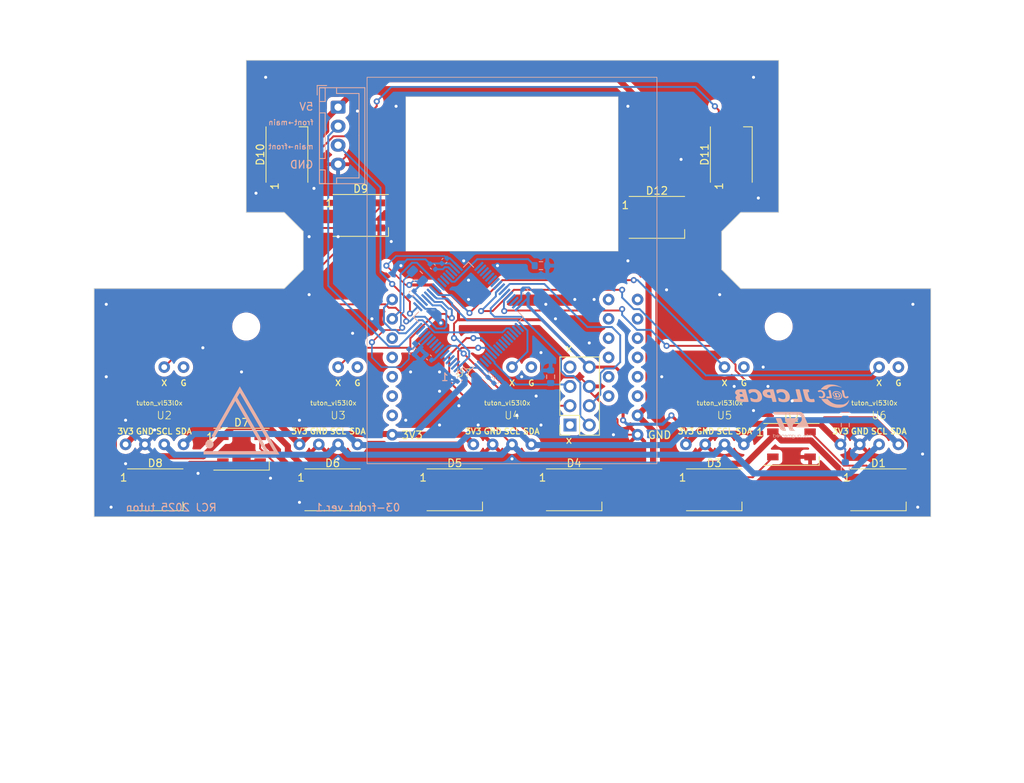
<source format=kicad_pcb>
(kicad_pcb (version 20221018) (generator pcbnew)
  (layers (0 "F.Cu" signal) (31 "B.Cu" signal) (34 "B.Paste" user) (35 "F.Paste" user) (36 "B.SilkS" user "B.Silkscreen") (37 "F.SilkS" user "F.Silkscreen") (38 "B.Mask" user) (39 "F.Mask" user) (44 "Edge.Cuts" user))
  (net 0 "")
  (net 1 "+3V3")
  (net 2 "GND")
  (net 3 "NRST")
  (net 4 "Net-(U1-VCAP_1)")
  (net 5 "Net-(U1-VDDA)")
  (net 7 "UART1_RX")
  (net 8 "UART1_TX")
  (net 9 "BOOT0")
  (net 11 "Net-(U1-PB2)")
  (net 23 "UART2_TX")
  (net 24 "UART2_RX")
  (net 25 "XSHUT1")
  (net 26 "XSHUT2")
  (net 27 "XSHUT3")
  (net 28 "XSHUT4")
  (net 30 "UART3_RX")
  (net 42 "XSHUT5")
  (net 46 "UART3_TX")
  (net 53 "I2C1_SCL")
  (net 54 "I2C1_SDA")
  (net 63 "WS2812B")
  (net 64 "Net-(D8-DOUT)")
  (net 83 "+5V")
  (net 84 "Net-(D1-DOUT)")
  (net 85 "Net-(D2-DOUT)")
  (net 86 "Net-(D3-DOUT)")
  (net 87 "Net-(D4-DOUT)")
  (net 88 "Net-(D5-DOUT)")
  (net 89 "Net-(D6-DOUT)")
  (net 90 "Net-(D7-DOUT)")
  (net 91 "Net-(D10-DIN)")
  (net 92 "Net-(D10-DOUT)")
  (net 93 "Net-(D11-DOUT)")
  (footprint "tuton:VL53L0X_horizontal" (layer "F.Cu") (at 198.12 110.49)
    (fp_text reference "U6")
    (fp_text value "~" hide)
  )
  (footprint "LED_SMD:LED_WS2812B_PLCC4_5.0x5.0mm_P3.2mm" (layer "F.Cu") (at 203.11 116.46)
    (fp_text reference "D1")
    (fp_text value "WS2812B")
  )
  (footprint "LED_SMD:LED_WS2812B_PLCC4_5.0x5.0mm_P3.2mm" (layer "F.Cu") (at 135.05 80.39)
    (fp_text reference "D9")
    (fp_text value "WS2812B")
  )
  (footprint "tuton:VL53L0X_horizontal" (layer "F.Cu") (at 149.86 110.49)
    (fp_text reference "U4")
    (fp_text value "~" hide)
  )
  (footprint "MountingHole:MountingHole_3.2mm_M3" (layer "F.Cu") (at 190 95)
    (fp_text reference "REF**" hide)
    (fp_text value "MountingHole_3.2mm_M3" hide)
  )
  (footprint "tuton:VL53L0X_horizontal" (layer "F.Cu") (at 127 110.49)
    (fp_text reference "U3")
    (fp_text value "~" hide)
  )
  (footprint "LED_SMD:LED_WS2812B_PLCC4_5.0x5.0mm_P3.2mm" (layer "F.Cu") (at 131.355 116.46)
    (fp_text reference "D6")
    (fp_text value "WS2812B")
  )
  (footprint "OpenMV:OpenMV h7" (layer "F.Cu") (at 148.59 101.6)
    (fp_text reference "U7")
    (fp_text value "~")
    (fp_rect (start -7.62 -36.83) (end 20.32 -16.51) (stroke (width 0.05)) (fill none) (layer "Edge.Cuts"))
  )
  (footprint "LED_SMD:LED_WS2812B_PLCC4_5.0x5.0mm_P3.2mm" (layer "F.Cu") (at 181.52 116.46)
    (fp_text reference "D3")
    (fp_text value "WS2812B")
  )
  (footprint "LED_SMD:LED_WS2812B_PLCC4_5.0x5.0mm_P3.2mm" (layer "F.Cu") (at 173.99 80.645)
    (fp_text reference "D12")
    (fp_text value "WS2812B")
  )
  (footprint "LED_SMD:LED_WS2812B_PLCC4_5.0x5.0mm_P3.2mm" (layer "F.Cu") (at 191.68 110.49)
    (fp_text reference "D2")
    (fp_text value "WS2812B")
  )
  (footprint "tuton:VL53L0X_horizontal" (layer "F.Cu") (at 177.8 110.49)
    (fp_text reference "U5")
    (fp_text value "~" hide)
  )
  (footprint "LED_SMD:LED_WS2812B_PLCC4_5.0x5.0mm_P3.2mm" (layer "F.Cu") (at 108.04 116.46)
    (fp_text reference "D8")
    (fp_text value "WS2812B")
  )
  (footprint "LED_SMD:LED_WS2812B_PLCC4_5.0x5.0mm_P3.2mm" (layer "F.Cu") (at 163.105 116.46)
    (fp_text reference "D4")
    (fp_text value "WS2812B")
  )
  (footprint "LED_SMD:LED_WS2812B_PLCC4_5.0x5.0mm_P3.2mm" (layer "F.Cu") (at 125.35 72.39 90)
    (fp_text reference "D10")
    (fp_text value "WS2812B")
  )
  (footprint "LED_SMD:LED_WS2812B_PLCC4_5.0x5.0mm_P3.2mm" (layer "F.Cu") (at 147.41 116.46)
    (fp_text reference "D5")
    (fp_text value "WS2812B")
  )
  (footprint "Connector_PinSocket_2.54mm:PinSocket_2x04_P2.54mm_Vertical" (layer "F.Cu") (at 162.56 107.95 180)
    (fp_text reference "J1" hide)
    (fp_text value "WRITER CONN")
  )
  (footprint "LED_SMD:LED_WS2812B_PLCC4_5.0x5.0mm_P3.2mm" (layer "F.Cu") (at 119.38 111.125)
    (fp_text reference "D7")
    (fp_text value "WS2812B")
  )
  (footprint "MountingHole:MountingHole_3.2mm_M3" (layer "F.Cu") (at 120 95)
    (fp_text reference "REF**" hide)
    (fp_text value "MountingHole_3.2mm_M3" hide)
  )
  (footprint "LED_SMD:LED_WS2812B_PLCC4_5.0x5.0mm_P3.2mm" (layer "F.Cu") (at 183.77 72.39 90)
    (fp_text reference "D11")
    (fp_text value "WS2812B")
  )
  (footprint "tuton:VL53L0X_horizontal" (layer "F.Cu") (at 104.14 110.49)
    (fp_text reference "U2")
    (fp_text value "~" hide)
  )
  (footprint "Capacitor_SMD:C_0402_1005Metric" (layer "B.Cu") (at 142.494 97.536 135)
    (fp_text reference "C9" hide)
    (fp_text value "100n" hide)
  )
  (footprint "Connector_JST:JST_XH_B4B-XH-A_1x04_P2.50mm_Vertical" (layer "B.Cu") (at 132.08 66.16 -90)
    (fp_text reference "J2" hide)
    (fp_text value "ToMAIN")
  )
  (footprint "Capacitor_SMD:C_0402_1005Metric" (layer "B.Cu") (at 144.526 87.122 135)
    (fp_text reference "C2" hide)
    (fp_text value "4.7u" hide)
  )
  (footprint "Resistor_SMD:R_0805_2012Metric" (layer "B.Cu") (at 142.494 88.392 135)
    (fp_text reference "FB1" hide)
    (fp_text value "FerriteBead" hide)
  )
  (footprint "Resistor_SMD:R_0603_1608Metric" (layer "B.Cu") (at 158.75 86.995)
    (fp_text reference "R2" hide)
    (fp_text value "10k" hide)
  )
  (footprint "Capacitor_SMD:C_0402_1005Metric" (layer "B.Cu") (at 141.732 90.678 45)
    (fp_text reference "C4" hide)
    (fp_text value "100n" hide)
  )
  (footprint "logo:tuton_logo" (layer "B.Cu") (at 119.38 107.315 180)
    (fp_text reference "G***" hide)
    (fp_text value "LOGO" hide)
  )
  (footprint "Capacitor_SMD:C_0402_1005Metric" (layer "B.Cu") (at 141.732 98.298 135)
    (fp_text reference "C10" hide)
    (fp_text value "1u" hide)
  )
  (footprint "Package_QFP:LQFP-64_10x10mm_P0.5mm" (layer "B.Cu") (at 149.225 93.754839 45)
    (fp_text reference "U1" hide)
    (fp_text value "STM32F446RETx" hide)
  )
  (footprint "logo:st_logo" (layer "B.Cu") (at 191.77 107.95 180)
    (fp_text reference "G***" hide)
    (fp_text value "LOGO" hide)
  )
  (footprint "Resistor_SMD:R_0603_1608Metric" (layer "B.Cu") (at 198.755 107.95 90)
    (fp_text reference "R3" hide)
    (fp_text value "10k" hide)
  )
  (footprint "Capacitor_SMD:C_0402_1005Metric" (layer "B.Cu") (at 146.05 86.36 45)
    (fp_text reference "C6" hide)
    (fp_text value "100n" hide)
  )
  (footprint "Resistor_SMD:R_0603_1608Metric" (layer "B.Cu") (at 160.02 101.6 90)
    (fp_text reference "R1" hide)
    (fp_text value "10k" hide)
  )
  (footprint "Capacitor_SMD:C_0402_1005Metric" (layer "B.Cu") (at 156.718 90.424 -45)
    (fp_text reference "C3" hide)
    (fp_text value "100n" hide)
  )
  (footprint "Resistor_SMD:R_0603_1608Metric" (layer "B.Cu") (at 198.755 113.665 90)
    (fp_text reference "R4" hide)
    (fp_text value "10k" hide)
  )
  (footprint "Capacitor_SMD:C_0402_1005Metric" (layer "B.Cu") (at 144.018 99.06 -45)
    (fp_text reference "C1" hide)
    (fp_text value "100n" hide)
  )
  (footprint "Capacitor_SMD:C_0402_1005Metric" (layer "B.Cu") (at 148.082 101.854 45)
    (fp_text reference "C5" hide)
    (fp_text value "100n" hide)
  )
  (footprint "logo:jlcpcb_logo" (layer "B.Cu") (at 191.77 104.14 180)
    (fp_text reference "G***" hide)
    (fp_text value "LOGO" hide)
  )
  (footprint "Capacitor_SMD:C_0402_1005Metric" (layer "B.Cu") (at 152.908 102.108 45)
    (fp_text reference "C7" hide)
    (fp_text value "4.7u" hide)
  )
  (footprint "Capacitor_SMD:C_0402_1005Metric" (layer "B.Cu") (at 152.146 101.346 -135)
    (fp_text reference "C8" hide)
    (fp_text value "100n" hide)
  )
  (gr_poly (pts (xy 100 120) (xy 210 120) (xy 210 90) (xy 185 90) (xy 182.5 87.5) (xy 182.5 82.5) (xy 185 80) (xy 190 80) (xy 190 60) (xy 120 60) (xy 120 80) (xy 125 80) (xy 127.5 82.5) (xy 127.5 87.5) (xy 125 90) (xy 105 90) (xy 100 90)) (stroke (width 0.1)) (fill none) (layer "Edge.Cuts"))
  (gr_text "RCJ 2025 tuton" (at 116.205 119.38) (layer "B.SilkS") (effects (font (size 1 1)) (justify left bottom mirror)))
  (gr_text "1" (at 146.685 102.235) (layer "B.SilkS") (effects (font (size 1 1)) (justify left bottom mirror)))
  (gr_text "front→main" (at 128.905 68.58) (layer "B.SilkS") (effects (font (size 0.7 0.7) (thickness 0.12) bold) (justify left bottom mirror)))
  (gr_text "GND" (at 128.905 74.295) (layer "B.SilkS") (effects (font (size 1 1)) (justify left bottom mirror)))
  (gr_text "03-front ver.1" (at 140.335 119.38) (layer "B.SilkS") (effects (font (size 1 1)) (justify left bottom mirror)))
  (gr_text "main→front" (at 128.905 71.755) (layer "B.SilkS") (effects (font (size 0.7 0.7) (thickness 0.12) bold) (justify left bottom mirror)))
  (gr_text "5V" (at 128.905 66.675) (layer "B.SilkS") (effects (font (size 1 1)) (justify left bottom mirror)))
  (gr_text "3V3" (at 140.335 109.855) (layer "F.SilkS") (effects (font (size 1 1)) (justify left bottom)))
  (gr_text "x" (at 161.925 98.425) (layer "F.SilkS") (effects (font (size 1 1)) (justify left bottom)))
  (gr_text "GND\n" (at 172.72 109.855) (layer "F.SilkS") (effects (font (size 1 1)) (justify left bottom)))
  (gr_text "x" (at 161.925 110.49) (layer "F.SilkS") (effects (font (size 1 1)) (justify left bottom)))
  (segment (start 138.43 86.995) (end 140.97 89.535) (width 0.2) (layer "F.Cu") (net 1))
  (segment (start 177.8 108.585) (end 177.8 110.49) (width 0.4) (layer "F.Cu") (net 1))
  (segment (start 148.59 109.22) (end 149.86 110.49) (width 0.8) (layer "F.Cu") (net 1))
  (segment (start 147.984626 94.106115) (end 147.906755 94.028245) (width 0.4) (layer "F.Cu") (net 1))
  (segment (start 107.405 107.225) (end 123.735 107.225) (width 0.8) (layer "F.Cu") (net 1))
  (segment (start 195.42 107.79) (end 180.5 107.79) (width 0.8) (layer "F.Cu") (net 1))
  (segment (start 127 110.49) (end 128.362 109.128) (width 0.8) (layer "F.Cu") (net 1))
  (segment (start 147.906755 93.0275) (end 144.414255 89.535) (width 0.4) (layer "F.Cu") (net 1))
  (segment (start 128.362 109.128) (end 139.1 109.128) (width 0.8) (layer "F.Cu") (net 1))
  (segment (start 198.12 110.49) (end 195.42 107.79) (width 0.8) (layer "F.Cu") (net 1))
  (segment (start 140.97 89.535) (end 141.430142 89.535) (width 0.2) (layer "F.Cu") (net 1))
  (segment (start 168.536683 100.33) (end 169.545 101.338317) (width 0.4) (layer "F.Cu") (net 1))
  (segment (start 139.192 109.22) (end 148.59 109.22) (width 0.8) (layer "F.Cu") (net 1))
  (segment (start 180.5 107.79) (end 177.8 110.49) (width 0.8) (layer "F.Cu") (net 1))
  (segment (start 158.876115 94.106115) (end 147.984626 94.106115) (width 0.4) (layer "F.Cu") (net 1))
  (segment (start 165.1 100.33) (end 158.876115 94.106115) (width 0.4) (layer "F.Cu") (net 1))
  (segment (start 123.735 107.225) (end 127 110.49) (width 0.8) (layer "F.Cu") (net 1))
  (segment (start 175.895 106.68) (end 177.8 108.585) (width 0.4) (layer "F.Cu") (net 1))
  (segment (start 165.1 100.33) (end 168.536683 100.33) (width 0.4) (layer "F.Cu") (net 1))
  (segment (start 147.32 96.52) (end 147.32 94.615) (width 0.25) (layer "F.Cu") (net 1))
  (segment (start 144.414255 89.535) (end 141.430142 89.535) (width 0.4) (layer "F.Cu") (net 1))
  (segment (start 147.906755 94.028245) (end 147.906755 93.0275) (width 0.4) (layer "F.Cu") (net 1))
  (segment (start 147.32 94.615) (end 147.906755 94.028245) (width 0.25) (layer "F.Cu") (net 1))
  (segment (start 169.545 101.338317) (end 169.545 107.315) (width 0.4) (layer "F.Cu") (net 1))
  (segment (start 139.1 109.128) (end 139.192 109.22) (width 0.8) (layer "F.Cu") (net 1))
  (segment (start 104.14 110.49) (end 107.405 107.225) (width 0.8) (layer "F.Cu") (net 1))
  (via (at 175.895 106.68) (size 0.8) (drill 0.4) (layers "F.Cu" "B.Cu") (net 1))
  (via (at 138.43 86.995) (size 0.8) (drill 0.4) (layers "F.Cu" "B.Cu") (net 1))
  (via (at 147.32 96.52) (size 0.8) (drill 0.4) (layers "F.Cu" "B.Cu") (net 1))
  (via (at 169.545 107.315) (size 0.8) (drill 0.4) (layers "F.Cu" "B.Cu") (net 1))
  (via (at 141.430142 89.535) (size 0.8) (drill 0.4) (layers "F.Cu" "B.Cu") (net 1))
  (segment (start 143.139235 89.037235) (end 143.139235 89.270765) (width 0.25) (layer "B.Cu") (net 1))
  (segment (start 146.093822 85.725) (end 146.389411 86.020589) (width 0.2) (layer "B.Cu") (net 1))
  (segment (start 150.586181 100.465003) (end 150.586181 100.41932) (width 0.25) (layer "B.Cu") (net 1))
  (segment (start 147.583305 96.52) (end 147.32 96.52) (width 0.25) (layer "B.Cu") (net 1))
  (segment (start 170.072 107.842) (end 174.733 107.842) (width 0.4) (layer "B.Cu") (net 1))
  (segment (start 150.586181 100.41932) (end 149.51668 100.41932) (width 0.25) (layer "B.Cu") (net 1))
  (segment (start 198.755 112.84) (end 198.755 111.125) (width 0.25) (layer "B.Cu") (net 1))
  (segment (start 198.755 108.775) (end 198.755 109.855) (width 0.25) (layer "B.Cu") (net 1))
  (segment (start 148.704536 101.797714) (end 148.421411 101.514589) (width 0.8) (layer "B.Cu") (net 1))
  (segment (start 148.421411 100.976912) (end 147.863819 100.41932) (width 0.25) (layer "B.Cu") (net 1))
  (segment (start 142.071411 90.490338) (end 142.071411 90.338589) (width 0.25) (layer "B.Cu") (net 1))
  (segment (start 165.1 100.33) (end 157.057411 92.287411) (width 0.4) (layer "B.Cu") (net 1))
  (segment (start 147.863819 100.41932) (end 149.315 98.968139) (width 0.25) (layer "B.Cu") (net 1))
  (segment (start 149.315 98.968139) (end 149.315 98.251695) (width 0.25) (layer "B.Cu") (net 1))
  (segment (start 148.421411 101.514589) (end 148.421411 100.976912) (width 0.25) (layer "B.Cu") (net 1))
  (segment (start 142.002936 109.22) (end 148.704536 102.5184) (width 0.8) (layer "B.Cu") (net 1))
  (segment (start 157.057411 90.763411) (end 157.057411 92.287411) (width 0.25) (layer "B.Cu") (net 1))
  (segment (start 147.863819 87.090358) (end 146.79405 86.020589) (width 0.25) (layer "B.Cu") (net 1))
  (segment (start 139.192 109.22) (end 142.002936 109.22) (width 0.8) (layer "B.Cu") (net 1))
  (segment (start 139.7 85.725) (end 146.093822 85.725) (width 0.2) (layer "B.Cu") (net 1))
  (segment (start 149.315 98.251695) (end 147.583305 96.52) (width 0.25) (layer "B.Cu") (net 1))
  (segment (start 198.755 109.855) (end 198.12 110.49) (width 0.25) (layer "B.Cu") (net 1))
  (segment (start 149.51668 100.41932) (end 148.421411 101.514589) (width 0.25) (layer "B.Cu") (net 1))
  (segment (start 146.79405 86.020589) (end 146.643411 86.020589) (width 0.25) (layer "B.Cu") (net 1))
  (segment (start 157.057411 92.287411) (end 157.057411 91.225728) (width 0.4) (layer "B.Cu") (net 1))
  (segment (start 148.704536 102.5184) (end 148.704536 101.797714) (width 0.8) (layer "B.Cu") (net 1))
  (segment (start 155.889481 92.393658) (end 157.057411 91.225728) (width 0.25) (layer "B.Cu") (net 1))
  (segment (start 143.267625 91.686552) (end 142.071411 90.490338) (width 0.25) (layer "B.Cu") (net 1))
  (segment (start 141.927907 89.037235) (end 141.430142 89.535) (width 0.2) (layer "B.Cu") (net 1))
  (segment (start 143.139235 89.037235) (end 141.927907 89.037235) (width 0.2) (layer "B.Cu") (net 1))
  (segment (start 174.733 107.842) (end 175.895 106.68) (width 0.4) (layer "B.Cu") (net 1))
  (segment (start 157.057411 90.763411) (end 157.057411 91.225728) (width 0.4) (layer "B.Cu") (net 1))
  (segment (start 169.545 107.315) (end 170.072 107.842) (width 0.4) (layer "B.Cu") (net 1))
  (segment (start 198.755 111.125) (end 198.12 110.49) (width 0.25) (layer "B.Cu") (net 1))
  (segment (start 152.568589 102.447411) (end 150.586181 100.465003) (width 0.25) (layer "B.Cu") (net 1))
  (segment (start 143.139235 89.270765) (end 142.071411 90.338589) (width 0.25) (layer "B.Cu") (net 1))
  (segment (start 138.43 86.995) (end 139.7 85.725) (width 0.2) (layer "B.Cu") (net 1))
  (segment (start 145.580795 94.5255) (end 145.580795 95.415795) (width 0.25) (layer "F.Cu") (net 2))
  (segment (start 168.82 107.86) (end 170.18 109.22) (width 0.25) (layer "F.Cu") (net 2))
  (segment (start 158.75 98.425) (end 158.75 103.505) (width 0.25) (layer "F.Cu") (net 2))
  (segment (start 163.925 101.695) (end 160.56 101.695) (width 0.25) (layer "F.Cu") (net 2))
  (segment (start 160.56 101.695) (end 158.115 104.14) (width 0.25) (layer "F.Cu") (net 2))
  (segment (start 156.21 101.6) (end 156.21 102.235) (width 0.25) (layer "F.Cu") (net 2))
  (segment (start 165.1 103.505) (end 168.82 107.225) (width 0.25) (layer "F.Cu") (net 2))
  (segment (start 145.580795 95.415795) (end 146.05 95.885) (width 0.25) (layer "F.Cu") (net 2))
  (segment (start 160.02 91.44) (end 163.195 91.44) (width 0.25) (layer "F.Cu") (net 2))
  (segment (start 170.18 109.22) (end 171.45 109.22) (width 0.25) (layer "F.Cu") (net 2))
  (segment (start 165.1 102.87) (end 165.1 103.505) (width 0.25) (layer "F.Cu") (net 2))
  (segment (start 168.82 107.225) (end 168.82 107.86) (width 0.25) (layer "F.Cu") (net 2))
  (segment (start 165.1 102.87) (end 163.925 101.695) (width 0.25) (layer "F.Cu") (net 2))
  (segment (start 156.21 102.235) (end 158.115 104.14) (width 0.25) (layer "F.Cu") (net 2))
  (segment (start 159.385 92.075) (end 160.02 91.44) (width 0.25) (layer "F.Cu") (net 2))
  (segment (start 158.75 103.505) (end 158.115 104.14) (width 0.25) (layer "F.Cu") (net 2))
  (segment (start 132.08 73.66) (end 139.7 66.04) (width 0.25) (layer "F.Cu") (net 2))
  (via (at 159.385 92.075) (size 0.8) (drill 0.4) (layers "F.Cu" "B.Cu") (net 2))
  (via (at 158.115 104.14) (size 0.8) (drill 0.4) (layers "F.Cu" "B.Cu") (net 2))
  (via (at 145.415 100.965) (size 0.8) (drill 0.4) (layers "F.Cu" "B.Cu") (net 2))
  (via (at 174.625 101.6) (size 0.8) (drill 0.4) (layers "F.Cu" "B.Cu") (net 2))
  (via (at 165.1 97.155) (size 0.8) (drill 0.4) (layers "F.Cu" "B.Cu") (net 2))
  (via (at 170.18 66.04) (size 0.8) (drill 0.4) (layers "F.Cu" "B.Cu") (net 2))
  (via (at 145.580795 94.5255) (size 0.8) (drill 0.4) (layers "F.Cu" "B.Cu") (net 2))
  (via (at 188.595 102.87) (size 0.8) (drill 0.4) (layers "F.Cu" "B.Cu") (net 2))
  (via (at 114.3 97.79) (size 0.8) (drill 0.4) (layers "F.Cu" "B.Cu") (net 2))
  (via (at 148.59 86.36) (size 0.8) (drill 0.4) (layers "F.Cu" "B.Cu") (net 2))
  (via (at 121.285 77.47) (size 0.8) (drill 0.4) (layers "F.Cu" "B.Cu") (net 2))
  (via (at 128.905 76.835) (size 0.8) (drill 0.4) (layers "F.Cu" "B.Cu") (net 2))
  (via (at 122.555 62.23) (size 0.8) (drill 0.4) (layers "F.Cu" "B.Cu") (net 2))
  (via (at 156.21 101.6) (size 0.8) (drill 0.4) (layers "F.Cu" "B.Cu") (net 2))
  (via (at 175.26 90.17) (size 0.8) (drill 0.4) (layers "F.Cu" "B.Cu") (net 2))
  (via (at 139.065 83.82) (size 0.8) (drill 0.4) (layers "F.Cu" "B.Cu") (net 2))
  (via (at 165.735 91.44) (size 0.8) (drill 0.4) (layers "F.Cu" "B.Cu") (net 2))
  (via (at 177.165 73.025) (size 0.8) (drill 0.4) (layers "F.Cu" "B.Cu") (net 2))
  (via (at 191.77 104.775) (size 0.8) (drill 0.4) (layers "F.Cu" "B.Cu") (net 2))
  (via (at 168.275 109.22) (size 0.8) (drill 0.4) (layers "F.Cu" "B.Cu") (net 2))
  (via (at 153.035 86.995) (size 0.8) (drill 0.4) (layers "F.Cu" "B.Cu") (net 2))
  (via (at 154.94 112.395) (size 0.8) (drill 0.4) (layers "F.Cu" "B.Cu") (net 2))
  (via (at 140.97 107.315) (size 0.8) (drill 0.4) (layers "F.Cu" "B.Cu") (net 2))
  (via (at 107.95 108.585) (size 0.8) (drill 0.4) (layers "F.Cu" "B.Cu") (net 2))
  (via (at 155.575 106.68) (size 0.8) (drill 0.4) (layers "F.Cu" "B.Cu") (net 2))
  (via (at 136.525 93.98) (size 0.8) (drill 0.4) (layers "F.Cu" "B.Cu") (net 2))
  (via (at 208.28 118.745) (size 0.8) (drill 0.4) (layers "F.Cu" "B.Cu") (net 2))
  (via (at 150.495 107.95) (size 0.8) (drill 0.4) (layers "F.Cu" "B.Cu") (net 2))
  (via (at 186.69 106.045) (size 0.8) (drill 0.4) (layers "F.Cu" "B.Cu") (net 2))
  (via (at 145.415 103.505) (size 0.8) (drill 0.4) (layers "F.Cu" "B.Cu") (net 2))
  (via (at 132.08 112.395) (size 0.8) (drill 0.4) (layers "F.Cu" "B.Cu") (net 2))
  (via (at 149.225 91.44) (size 0.8) (drill 0.4) (layers "F.Cu" "B.Cu") (net 2))
  (via (at 133.985 95.885) (size 0.8) (drill 0.4) (layers "F.Cu" "B.Cu") (net 2))
  (via (at 128.27 83.185) (size 0.8) (drill 0.4) (layers "F.Cu" "B.Cu") (net 2))
  (via (at 127 107.315) (size 0.8) (drill 0.4) (layers "F.Cu" "B.Cu") (net 2))
  (via (at 132.08 83.185) (size 0.8) (drill 0.4) (layers "F.Cu" "B.Cu") (net 2))
  (via (at 128.27 90.805) (size 0.8) (drill 0.4) (layers "F.Cu" "B.Cu") (net 2))
  (via (at 158.75 107.95) (size 0.8) (drill 0.4) (layers "F.Cu" "B.Cu") (net 2))
  (via (at 113.665 114.3) (size 0.8) (drill 0.4) (layers "F.Cu" "B.Cu") (net 2))
  (via (at 147.955 105.41) (size 0.8) (drill 0.4) (layers "F.Cu" "B.Cu") (net 2))
  (via (at 187.325 78.105) (size 0.8) (drill 0.4) (layers "F.Cu" "B.Cu") (net 2))
  (via (at 145.415 107.95) (size 0.8) (drill 0.4) (layers "F.Cu" "B.Cu") (net 2))
  (via (at 163.195 91.44) (size 0.8) (drill 0.4) (layers "F.Cu" "B.Cu") (net 2))
  (via (at 186.69 62.23) (size 0.8) (drill 0.4) (layers "F.Cu" "B.Cu") (net 2))
  (via (at 182.245 90.805) (size 0.8) (drill 0.4) (layers "F.Cu" "B.Cu") (net 2))
  (via (at 149.225 88.9) (size 0.8) (drill 0.4) (layers "F.Cu" "B.Cu") (net 2))
  (via (at 139.7 66.04) (size 0.8) (drill 0.4) (layers "F.Cu" "B.Cu") (net 2))
  (via (at 158.75 98.425) (size 0.8) (drill 0.4) (layers "F.Cu" "B.Cu") (net 2))
  (via (at 104.14 107.315) (size 0.8) (drill 0.4) (layers "F.Cu" "B.Cu") (net 2))
  (via (at 104.14 113.03) (size 0.8) (drill 0.4) (layers "F.Cu" "B.Cu") (net 2))
  (via (at 184.15 102.87) (size 0.8) (drill 0.4) (layers "F.Cu" "B.Cu") (net 2))
  (via (at 119.38 100.965) (size 0.8) (drill 0.4) (layers "F.Cu" "B.Cu") (net 2))
  (via (at 208.915 111.76) (size 0.8) (drill 0.4) (layers "F.Cu" "B.Cu") (net 2))
  (via (at 127 118.11) (size 0.8) (drill 0.4) (layers "F.Cu" "B.Cu") (net 2))
  (via (at 123.19 114.935) (size 0.8) (drill 0.4) (layers "F.Cu" "B.Cu") (net 2))
  (via (at 101.6 101.6) (size 0.8) (drill 0.4) (layers "F.Cu" "B.Cu") (net 2))
  (via (at 187.96 100.33) (size 0.8) (drill 0.4) (layers "F.Cu" "B.Cu") (net 2))
  (via (at 207.645 92.075) (size 0.8) (drill 0.4) (layers "F.Cu" "B.Cu") (net 2))
  (via (at 102.235 118.745) (size 0.8) (drill 0.4) (layers "F.Cu" "B.Cu") (net 2))
  (via (at 160.655 93.98) (size 0.8) (drill 0.4) (layers "F.Cu" "B.Cu") (net 2))
  (via (at 170.18 86.36) (size 0.8) (drill 0.4) (layers "F.Cu" "B.Cu") (net 2))
  (via (at 134.62 66.675) (size 0.8) (drill 0.4) (layers "F.Cu" "B.Cu") (net 2))
  (via (at 141.605 100.965) (size 0.8) (drill 0.4) (layers "F.Cu" "B.Cu") (net 2))
  (via (at 140.335 86.995) (size 0.8) (drill 0.4) (layers "F.Cu" "B.Cu") (net 2))
  (via (at 101.6 92.075) (size 0.8) (drill 0.4) (layers "F.Cu" "B.Cu") (net 2))
  (segment (start 143.542229 92.668262) (end 142.914072 92.040105) (width 0.25) (layer "B.Cu") (net 2))
  (segment (start 145.429752 93.2555) (end 144.842514 92.668262) (width 0.25) (layer "B.Cu") (net 2))
  (segment (start 150.939734 100.065767) (end 151.880556 101.006589) (width 0.25) (layer "B.Cu") (net 2))
  (segment (start 145.429752 94.374457) (end 145.429752 93.2555) (width 0.25) (layer "B.Cu") (net 2))
  (segment (start 155.535928 92.040105) (end 156.159386 91.416647) (width 0.25) (layer "B.Cu") (net 2))
  (segment (start 159.575 87.82) (end 159.575 86.995) (width 0.25) (layer "B.Cu") (net 2))
  (segment (start 156.378589 90.084589) (end 156.597792 89.865386) (width 0.25) (layer "B.Cu") (net 2))
  (segment (start 163.195 91.44) (end 159.575 87.82) (width 0.25) (layer "B.Cu") (net 2))
  (segment (start 157.175386 89.865386) (end 159.385 92.075) (width 0.25) (layer "B.Cu") (net 2))
  (segment (start 153.247411 101.768589) (end 152.485411 101.006589) (width 0.25) (layer "B.Cu") (net 2))
  (segment (start 144.186589 86.782589) (end 143.568 86.164) (width 0.25) (layer "B.Cu") (net 2))
  (segment (start 142.833411 97.875411) (end 143.678589 98.720589) (width 0.25) (layer "B.Cu") (net 2))
  (segment (start 144.842514 92.668262) (end 143.542229 92.668262) (width 0.25) (layer "B.Cu") (net 2))
  (segment (start 144.269767 86.699411) (end 145.710589 86.699411) (width 0.25) (layer "B.Cu") (net 2))
  (segment (start 146.773891 86.707536) (end 147.510266 87.443911) (width 0.25) (layer "B.Cu") (net 2))
  (segment (start 143.568 86.164) (end 141.166 86.164) (width 0.25) (layer "B.Cu") (net 2))
  (segment (start 141.891378 91.017411) (end 141.392589 91.017411) (width 0.25) (layer "B.Cu") (net 2))
  (segment (start 156.597792 89.865386) (end 157.175386 89.865386) (width 0.25) (layer "B.Cu") (net 2))
  (segment (start 146.726589 102.193411) (end 145.415 103.505) (width 0.25) (layer "B.Cu") (net 2))
  (segment (start 142.914072 92.040105) (end 141.891378 91.017411) (width 0.25) (layer "B.Cu") (net 2))
  (segment (start 141.166 86.164) (end 140.335 86.995) (width 0.25) (layer "B.Cu") (net 2))
  (segment (start 144.186589 86.782589) (end 144.269767 86.699411) (width 0.25) (layer "B.Cu") (net 2))
  (segment (start 147.742589 102.193411) (end 146.726589 102.193411) (width 0.25) (layer "B.Cu") (net 2))
  (segment (start 145.580795 94.5255) (end 145.429752 94.374457) (width 0.25) (layer "B.Cu") (net 2))
  (segment (start 156.159386 90.303792) (end 156.378589 90.084589) (width 0.25) (layer "B.Cu") (net 2))
  (segment (start 143.974732 96.530233) (end 142.071411 98.433554) (width 0.25) (layer "B.Cu") (net 2))
  (segment (start 156.159386 91.416647) (end 156.159386 90.303792) (width 0.25) (layer "B.Cu") (net 2))
  (segment (start 145.972714 86.707536) (end 146.773891 86.707536) (width 0.25) (layer "B.Cu") (net 2))
  (segment (start 151.880556 101.006589) (end 152.485411 101.006589) (width 0.25) (layer "B.Cu") (net 2))
  (segment (start 145.964589 86.699411) (end 145.972714 86.707536) (width 0.25) (layer "B.Cu") (net 2))
  (segment (start 142.071411 98.433554) (end 142.071411 98.637411) (width 0.25) (layer "B.Cu") (net 2))
  (segment (start 155.448 105.41) (end 162.56 105.41) (width 0.25) (layer "F.Cu") (net 3))
  (segment (start 148.59 98.552) (end 155.448 105.41) (width 0.25) (layer "F.Cu") (net 3))
  (via (at 148.59 98.552) (size 0.8) (drill 0.4) (layers "F.Cu" "B.Cu") (net 3))
  (segment (start 144.641088 99.399411) (end 145.742499 98.298) (width 0.25) (layer "B.Cu") (net 3))
  (segment (start 144.676442 99.399411) (end 146.539853 97.536) (width 0.25) (layer "B.Cu") (net 3))
  (segment (start 144.357411 99.399411) (end 144.641088 99.399411) (width 0.25) (layer "B.Cu") (net 3))
  (segment (start 146.539853 97.536) (end 147.574 97.536) (width 0.25) (layer "B.Cu") (net 3))
  (segment (start 147.574 97.536) (end 148.59 98.552) (width 0.25) (layer "B.Cu") (net 3))
  (segment (start 144.357411 99.399411) (end 144.676442 99.399411) (width 0.25) (layer "B.Cu") (net 3))
  (segment (start 146.106485 87.201541) (end 145.846615 87.461411) (width 0.25) (layer "B.Cu") (net 4))
  (segment (start 147.156713 87.797464) (end 146.56079 87.201541) (width 0.25) (layer "B.Cu") (net 4))
  (segment (start 145.846615 87.461411) (end 144.865411 87.461411) (width 0.25) (layer "B.Cu") (net 4))
  (segment (start 146.56079 87.201541) (end 146.106485 87.201541) (width 0.25) (layer "B.Cu") (net 4))
  (segment (start 140.50411 95.1605) (end 140.20661 95.458) (width 0.2) (layer "F.Cu") (net 5))
  (segment (start 138.1325 95.458) (end 136.525 97.0655) (width 0.2) (layer "F.Cu") (net 5))
  (segment (start 140.20661 95.458) (end 138.1325 95.458) (width 0.2) (layer "F.Cu") (net 5))
  (via (at 140.50411 95.1605) (size 0.8) (drill 0.4) (layers "F.Cu" "B.Cu") (net 5))
  (via (at 136.525 97.0655) (size 0.8) (drill 0.4) (layers "F.Cu" "B.Cu") (net 5))
  (segment (start 136.525 99.06) (end 137.795 100.33) (width 0.2) (layer "B.Cu") (net 5))
  (segment (start 136.525 97.0655) (end 136.525 99.06) (width 0.2) (layer "B.Cu") (net 5))
  (segment (start 141.392589 97.958589) (end 141.83927 97.958589) (width 0.25) (layer "B.Cu") (net 5))
  (segment (start 140.704 88.89153) (end 141.848765 87.746765) (width 0.2) (layer "B.Cu") (net 5))
  (segment (start 140.335 93.43804) (end 140.704 93.06904) (width 0.2) (layer "B.Cu") (net 5))
  (segment (start 140.50411 95.1605) (end 140.335 94.99139) (width 0.2) (layer "B.Cu") (net 5))
  (segment (start 140.335 100.33) (end 141.392589 99.272411) (width 0.2) (layer "B.Cu") (net 5))
  (segment (start 140.704 93.06904) (end 140.704 88.89153) (width 0.2) (layer "B.Cu") (net 5))
  (segment (start 137.795 100.33) (end 140.335 100.33) (width 0.2) (layer "B.Cu") (net 5))
  (segment (start 140.335 94.99139) (end 140.335 93.43804) (width 0.2) (layer "B.Cu") (net 5))
  (segment (start 141.392589 99.272411) (end 141.392589 97.958589) (width 0.2) (layer "B.Cu") (net 5))
  (segment (start 141.83927 97.958589) (end 143.621179 96.17668) (width 0.25) (layer "B.Cu") (net 5))
  (segment (start 161.385 98.901) (end 156.200543 93.716543) (width 0.25) (layer "B.Cu") (net 7))
  (segment (start 165.1 107.95) (end 163.925 106.775) (width 0.25) (layer "B.Cu") (net 7))
  (segment (start 161.385 100.816701) (end 161.385 98.901) (width 0.25) (layer "B.Cu") (net 7))
  (segment (start 152.146 92.601605) (end 154.121714 90.625891) (width 0.25) (layer "B.Cu") (net 7))
  (segment (start 162.073299 101.505) (end 161.385 100.816701) (width 0.25) (layer "B.Cu") (net 7))
  (segment (start 163.925 102.383299) (end 163.046701 101.505) (width 0.25) (layer "B.Cu") (net 7))
  (segment (start 156.200543 93.716543) (end 152.644543 93.716543) (width 0.25) (layer "B.Cu") (net 7))
  (segment (start 163.925 106.775) (end 163.925 102.383299) (width 0.25) (layer "B.Cu") (net 7))
  (segment (start 163.046701 101.505) (end 162.073299 101.505) (width 0.25) (layer "B.Cu") (net 7))
  (segment (start 152.146 93.218) (end 152.146 92.601605) (width 0.25) (layer "B.Cu") (net 7))
  (segment (start 152.644543 93.716543) (end 152.146 93.218) (width 0.25) (layer "B.Cu") (net 7))
  (segment (start 169.164 96.140749) (end 168.090251 95.067) (width 0.25) (layer "B.Cu") (net 8))
  (segment (start 164.8535 95.067) (end 159.184142 89.397642) (width 0.25) (layer "B.Cu") (net 8))
  (segment (start 159.184142 89.397642) (end 154.642857 89.397642) (width 0.25) (layer "B.Cu") (net 8))
  (segment (start 166.553 101.149749) (end 167.189749 100.513) (width 0.25) (layer "B.Cu") (net 8))
  (segment (start 166.553 103.957) (end 166.553 101.149749) (width 0.25) (layer "B.Cu") (net 8))
  (segment (start 165.1 105.41) (end 166.553 103.957) (width 0.25) (layer "B.Cu") (net 8))
  (segment (start 167.189749 100.513) (end 168.331 100.513) (width 0.25) (layer "B.Cu") (net 8))
  (segment (start 154.642857 89.397642) (end 153.768161 90.272338) (width 0.25) (layer "B.Cu") (net 8))
  (segment (start 168.331 100.513) (end 169.164 99.68) (width 0.25) (layer "B.Cu") (net 8))
  (segment (start 168.090251 95.067) (end 164.8535 95.067) (width 0.25) (layer "B.Cu") (net 8))
  (segment (start 169.164 99.68) (end 169.164 96.140749) (width 0.25) (layer "B.Cu") (net 8))
  (segment (start 152.654 99.658713) (end 152.000394 99.005107) (width 0.25) (layer "B.Cu") (net 9))
  (segment (start 162.306 102.616) (end 155.448 102.616) (width 0.25) (layer "B.Cu") (net 9))
  (segment (start 155.448 102.616) (end 152.654 99.822) (width 0.25) (layer "B.Cu") (net 9))
  (segment (start 152.654 99.822) (end 152.654 99.658713) (width 0.25) (layer "B.Cu") (net 9))
  (segment (start 162.56 102.87) (end 162.306 102.616) (width 0.25) (layer "B.Cu") (net 9))
  (segment (start 157.925 86.995) (end 157.070881 86.140881) (width 0.25) (layer "B.Cu") (net 11))
  (segment (start 147.04553 89.100495) (end 146.449606 88.504571) (width 0.25) (layer "B.Cu") (net 11))
  (segment (start 157.070881 86.140881) (end 150.368932 86.140881) (width 0.25) (layer "B.Cu") (net 11))
  (segment (start 150.368932 86.140881) (end 147.409318 89.100495) (width 0.25) (layer "B.Cu") (net 11))
  (segment (start 147.409318 89.100495) (end 147.04553 89.100495) (width 0.25) (layer "B.Cu") (net 11))
  (segment (start 140.069539 97.607) (end 142.560519 95.11602) (width 0.25) (layer "B.Cu") (net 23))
  (segment (start 130.78 89.645251) (end 138.741749 97.607) (width 0.25) (layer "B.Cu") (net 23))
  (segment (start 138.741749 97.607) (end 140.069539 97.607) (width 0.25) (layer "B.Cu") (net 23))
  (segment (start 132.08 68.66) (end 130.78 69.96) (width 0.25) (layer "B.Cu") (net 23))
  (segment (start 130.78 69.96) (end 130.78 89.645251) (width 0.25) (layer "B.Cu") (net 23))
  (segment (start 141.522954 91.738954) (end 139.192 89.408) (width 0.25) (layer "F.Cu") (net 24))
  (segment (start 141.522954 93.2835) (end 141.522954 91.738954) (width 0.25) (layer "F.Cu") (net 24))
  (via (at 139.192 89.408) (size 0.8) (drill 0.4) (layers "F.Cu" "B.Cu") (net 24))
  (via (at 141.522954 93.2835) (size 0.8) (drill 0.4) (layers "F.Cu" "B.Cu") (net 24))
  (segment (start 137.655 76.735) (end 137.655 87.871) (width 0.25) (layer "B.Cu") (net 24))
  (segment (start 137.655 87.871) (end 139.192 89.408) (width 0.25) (layer "B.Cu") (net 24))
  (segment (start 141.670677 93.2835) (end 142.560519 92.393658) (width 0.25) (layer "B.Cu") (net 24))
  (segment (start 141.522954 93.2835) (end 141.670677 93.2835) (width 0.25) (layer "B.Cu") (net 24))
  (segment (start 132.08 71.16) (end 137.655 76.735) (width 0.25) (layer "B.Cu") (net 24))
  (segment (start 117.475 92.075) (end 109.22 100.33) (width 0.25) (layer "F.Cu") (net 25))
  (segment (start 141.0345 93.919249) (end 139.642251 92.527) (width 0.25) (layer "F.Cu") (net 25))
  (segment (start 141.0345 94.308491) (end 141.0345 93.919249) (width 0.25) (layer "F.Cu") (net 25))
  (segment (start 138.741749 92.527) (end 138.289749 92.075) (width 0.25) (layer "F.Cu") (net 25))
  (segment (start 138.289749 92.075) (end 117.475 92.075) (width 0.25) (layer "F.Cu") (net 25))
  (segment (start 139.642251 92.527) (end 138.741749 92.527) (width 0.25) (layer "F.Cu") (net 25))
  (via (at 141.0345 94.308491) (size 0.8) (drill 0.4) (layers "F.Cu" "B.Cu") (net 25))
  (segment (start 144.506443 92.218262) (end 143.621179 91.332998) (width 0.25) (layer "B.Cu") (net 25))
  (segment (start 145.024695 95.25) (end 146.05 95.25) (width 0.25) (layer "B.Cu") (net 25))
  (segment (start 146.305295 92.966691) (end 145.556866 92.218262) (width 0.25) (layer "B.Cu") (net 25))
  (segment (start 143.491238 93.716543) (end 145.024695 95.25) (width 0.25) (layer "B.Cu") (net 25))
  (segment (start 141.0345 94.308491) (end 141.523268 94.308491) (width 0.25) (layer "B.Cu") (net 25))
  (segment (start 146.05 95.25) (end 146.305295 94.994705) (width 0.25) (layer "B.Cu") (net 25))
  (segment (start 142.115216 93.716543) (end 143.491238 93.716543) (width 0.25) (layer "B.Cu") (net 25))
  (segment (start 146.305295 94.994705) (end 146.305295 92.966691) (width 0.25) (layer "B.Cu") (net 25))
  (segment (start 141.523268 94.308491) (end 142.115216 93.716543) (width 0.25) (layer "B.Cu") (net 25))
  (segment (start 145.556866 92.218262) (end 144.506443 92.218262) (width 0.25) (layer "B.Cu") (net 25))
  (segment (start 141.572299 96.552701) (end 141.572299 97.7) (width 0.25) (layer "F.Cu") (net 26))
  (segment (start 146.807701 93.98) (end 146.172701 93.345) (width 0.25) (layer "F.Cu") (net 26))
  (segment (start 141.605 97.79) (end 134.62 97.79) (width 0.25) (layer "F.Cu") (net 26))
  (segment (start 144.78 93.345) (end 141.572299 96.552701) (width 0.25) (layer "F.Cu") (net 26))
  (segment (start 134.62 97.79) (end 132.08 100.33) (width 0.25) (layer "F.Cu") (net 26))
  (segment (start 146.172701 93.345) (end 144.78 93.345) (width 0.25) (layer "F.Cu") (net 26))
  (segment (start 147.030295 93.880107) (end 146.840402 94.07) (width 0.25) (layer "F.Cu") (net 26))
  (via (at 147.030295 93.880107) (size 0.8) (drill 0.4) (layers "F.Cu" "B.Cu") (net 26))
  (segment (start 147.030295 93.880107) (end 147.030295 92.802691) (width 0.25) (layer "B.Cu") (net 26))
  (segment (start 144.763549 91.768262) (end 143.974732 90.979445) (width 0.25) (layer "B.Cu") (net 26))
  (segment (start 146.627 92.652) (end 145.743262 91.768262) (width 0.25) (layer "B.Cu") (net 26))
  (segment (start 146.879604 92.652) (end 146.627 92.652) (width 0.25) (layer "B.Cu") (net 26))
  (segment (start 147.030295 92.802691) (end 146.879604 92.652) (width 0.25) (layer "B.Cu") (net 26))
  (segment (start 145.743262 91.768262) (end 144.763549 91.768262) (width 0.25) (layer "B.Cu") (net 26))
  (segment (start 144.328286 90.625891) (end 144.92421 91.221815) (width 0.25) (layer "B.Cu") (net 27))
  (segment (start 155.611756 94.166543) (end 156.972 95.526787) (width 0.25) (layer "B.Cu") (net 27))
  (segment (start 149.030543 94.166543) (end 155.611756 94.166543) (width 0.25) (layer "B.Cu") (net 27))
  (segment (start 147.066 92.202) (end 149.030543 94.166543) (width 0.25) (layer "B.Cu") (net 27))
  (segment (start 147.066 91.947302) (end 147.066 92.202) (width 0.25) (layer "B.Cu") (net 27))
  (segment (start 144.99492 91.221815) (end 145.091367 91.318262) (width 0.25) (layer "B.Cu") (net 27))
  (segment (start 156.972 95.526787) (end 156.972 98.298) (width 0.25) (layer "B.Cu") (net 27))
  (segment (start 144.92421 91.221815) (end 144.99492 91.221815) (width 0.25) (layer "B.Cu") (net 27))
  (segment (start 146.43696 91.318262) (end 147.066 91.947302) (width 0.25) (layer "B.Cu") (net 27))
  (segment (start 156.972 98.298) (end 154.94 100.33) (width 0.25) (layer "B.Cu") (net 27))
  (segment (start 145.091367 91.318262) (end 146.43696 91.318262) (width 0.25) (layer "B.Cu") (net 27))
  (segment (start 149.352 93.218) (end 153.67 88.9) (width 0.25) (layer "F.Cu") (net 28))
  (segment (start 153.67 88.9) (end 170.942 88.9) (width 0.25) (layer "F.Cu") (net 28))
  (via (at 170.942 88.9) (size 0.8) (drill 0.4) (layers "F.Cu" "B.Cu") (net 28))
  (via (at 149.352 93.218) (size 0.8) (drill 0.4) (layers "F.Cu" "B.Cu") (net 28))
  (segment (start 145.277763 90.868262) (end 147.002262 90.868262) (width 0.25) (layer "B.Cu") (net 28))
  (segment (start 144.681839 90.272338) (end 145.277763 90.868262) (width 0.25) (layer "B.Cu") (net 28))
  (segment (start 171.45 88.9) (end 182.88 100.33) (width 0.25) (layer "B.Cu") (net 28))
  (segment (start 147.002262 90.868262) (end 149.352 93.218) (width 0.25) (layer "B.Cu") (net 28))
  (segment (start 170.942 88.9) (end 171.45 88.9) (width 0.25) (layer "B.Cu") (net 28))
  (segment (start 139.192 93.98) (end 140.279 92.893) (width 0.25) (layer "B.Cu") (net 30))
  (segment (start 140.279 88.132126) (end 141.797126 86.614) (width 0.25) (layer "B.Cu") (net 30))
  (segment (start 145.984869 90.161154) (end 145.388946 89.565231) (width 0.25) (layer "B.Cu") (net 30))
  (segment (start 142.437715 86.614) (end 145.388946 89.565231) (width 0.25) (layer "B.Cu") (net 30))
  (segment (start 141.797126 86.614) (end 142.437715 86.614) (width 0.25) (layer "B.Cu") (net 30))
  (segment (start 140.279 92.893) (end 140.279 88.132126) (width 0.25) (layer "B.Cu") (net 30))
  (segment (start 150.876 92.964) (end 152.4 92.964) (width 0.25) (layer "F.Cu") (net 42))
  (segment (start 152.4 92.964) (end 155.194 90.17) (width 0.25) (layer "F.Cu") (net 42))
  (segment (start 155.194 90.17) (end 169.418 90.17) (width 0.25) (layer "F.Cu") (net 42))
  (via (at 169.418 90.17) (size 0.8) (drill 0.4) (layers "F.Cu" "B.Cu") (net 42))
  (via (at 150.876 92.964) (size 0.8) (drill 0.4) (layers "F.Cu" "B.Cu") (net 42))
  (segment (start 202.113 101.417) (end 180.424251 101.417) (width 0.25) (layer "B.Cu") (net 42))
  (segment (start 170.942 92.71) (end 169.418 91.186) (width 0.25) (layer "B.Cu") (net 42))
  (segment (start 171.717251 92.71) (end 170.942 92.71) (width 0.25) (layer "B.Cu") (net 42))
  (segment (start 169.418 91.186) (end 169.418 90.17) (width 0.25) (layer "B.Cu") (net 42))
  (segment (start 203.2 100.33) (end 202.113 101.417) (width 0.25) (layer "B.Cu") (net 42))
  (segment (start 150.876 92.964) (end 152.818684 91.021316) (width 0.25) (layer "B.Cu") (net 42))
  (segment (start 152.818684 90.514709) (end 153.414608 89.918785) (width 0.25) (layer "B.Cu") (net 42))
  (segment (start 180.424251 101.417) (end 171.717251 92.71) (width 0.25) (layer "B.Cu") (net 42))
  (segment (start 152.818684 91.021316) (end 152.818684 90.514709) (width 0.25) (layer "B.Cu") (net 42))
  (segment (start 153.691865 95.758) (end 154.222662 95.227203) (width 0.25) (layer "B.Cu") (net 46))
  (segment (start 154.586452 95.227203) (end 155.182375 95.823126) (width 0.25) (layer "B.Cu") (net 46))
  (segment (start 139.107749 95.433) (end 139.642251 95.433) (width 0.25) (layer "B.Cu") (net 46))
  (segment (start 140.094251 95.885) (end 140.97 95.885) (width 0.25) (layer "B.Cu") (net 46))
  (segment (start 138.105 94.430251) (end 139.107749 95.433) (width 0.25) (layer "B.Cu") (net 46))
  (segment (start 144.758135 95.758) (end 153.691865 95.758) (width 0.25) (layer "B.Cu") (net 46))
  (segment (start 142.688457 94.166543) (end 143.166678 94.166543) (width 0.25) (layer "B.Cu") (net 46))
  (segment (start 140.97 95.885) (end 142.688457 94.166543) (width 0.25) (layer "B.Cu") (net 46))
  (segment (start 139.642251 95.433) (end 140.094251 95.885) (width 0.25) (layer "B.Cu") (net 46))
  (segment (start 143.166678 94.166543) (end 144.758135 95.758) (width 0.25) (layer "B.Cu") (net 46))
  (segment (start 138.105 92.527) (end 138.105 94.430251) (width 0.25) (layer "B.Cu") (net 46))
  (segment (start 154.222662 95.227203) (end 154.586452 95.227203) (width 0.25) (layer "B.Cu") (net 46))
  (segment (start 139.192 91.44) (end 138.105 92.527) (width 0.25) (layer "B.Cu") (net 46))
  (segment (start 148.960299 96.52) (end 146.685 98.795299) (width 0.25) (layer "F.Cu") (net 53))
  (segment (start 149.86 96.52) (end 148.960299 96.52) (width 0.25) (layer "F.Cu") (net 53))
  (segment (start 146.685 102.235) (end 154.94 110.49) (width 0.25) (layer "F.Cu") (net 53))
  (segment (start 146.685 98.795299) (end 146.685 102.235) (width 0.25) (layer "F.Cu") (net 53))
  (via (at 149.86 96.52) (size 0.8) (drill 0.4) (layers "F.Cu" "B.Cu") (net 53))
  (segment (start 133.442 111.852) (end 132.08 110.49) (width 0.8) (layer "B.Cu") (net 53))
  (segment (start 156.302 111.852) (end 181.518 111.852) (width 0.8) (layer "B.Cu") (net 53))
  (segment (start 130.718 111.852) (end 132.08 110.49) (width 0.8) (layer "B.Cu") (net 53))
  (segment (start 153.578 111.852) (end 133.442 111.852) (width 0.8) (layer "B.Cu") (net 53))
  (segment (start 186.69 114.3) (end 199.39 114.3) (width 0.8) (layer "B.Cu") (net 53))
  (segment (start 152.707501 98.298) (end 150.929501 96.52) (width 0.25) (layer "B.Cu") (net 53))
  (segment (start 154.94 110.49) (end 153.578 111.852) (width 0.8) (layer "B.Cu") (net 53))
  (segment (start 181.518 111.852) (end 182.88 110.49) (width 0.8) (layer "B.Cu") (net 53))
  (segment (start 150.929501 96.52) (end 149.86 96.52) (width 0.25) (layer "B.Cu") (net 53))
  (segment (start 109.22 110.49) (end 110.582 111.852) (width 0.8) (layer "B.Cu") (net 53))
  (segment (start 110.582 111.852) (end 130.718 111.852) (width 0.8) (layer "B.Cu") (net 53))
  (segment (start 154.94 110.49) (end 156.302 111.852) (width 0.8) (layer "B.Cu") (net 53))
  (segment (start 182.88 110.49) (end 186.69 114.3) (width 0.8) (layer "B.Cu") (net 53))
  (segment (start 199.39 114.3) (end 203.2 110.49) (width 0.8) (layer "B.Cu") (net 53))
  (segment (start 147.865 100.875) (end 157.48 110.49) (width 0.25) (layer "F.Cu") (net 54))
  (segment (start 147.865 98.251695) (end 147.865 100.875) (width 0.25) (layer "F.Cu") (net 54))
  (segment (start 150.495 97.79) (end 148.326695 97.79) (width 0.25) (layer "F.Cu") (net 54))
  (segment (start 148.326695 97.79) (end 147.865 98.251695) (width 0.25) (layer "F.Cu") (net 54))
  (via (at 150.495 97.79) (size 0.8) (drill 0.4) (layers "F.Cu" "B.Cu") (net 54))
  (segment (start 157.572 110.582) (end 175.781841 110.582) (width 0.8) (layer "B.Cu") (net 54))
  (segment (start 134.62 110.49) (end 133.258 109.128) (width 0.8) (layer "B.Cu") (net 54))
  (segment (start 133.258 109.128) (end 113.122 109.128) (width 0.8) (layer "B.Cu") (net 54))
  (segment (start 175.781841 110.582) (end 177.235841 109.128) (width 0.8) (layer "B.Cu") (net 54))
  (segment (start 134.712 110.582) (end 147.841841 110.582) (width 0.8) (layer "B.Cu") (net 54))
  (segment (start 152.353948 98.651553) (end 151.492395 97.79) (width 0.25) (layer "B.Cu") (net 54))
  (segment (start 149.295841 109.128) (end 156.118 109.128) (width 0.8) (layer "B.Cu") (net 54))
  (segment (start 134.62 110.49) (end 134.712 110.582) (width 0.8) (layer "B.Cu") (net 54))
  (segment (start 184.058 109.128) (end 185.42 110.49) (width 0.8) (layer "B.Cu") (net 54))
  (segment (start 185.42 110.49) (end 188.595 107.315) (width 0.8) (layer "B.Cu") (net 54))
  (segment (start 156.118 109.128) (end 157.48 110.49) (width 0.8) (layer "B.Cu") (net 54))
  (segment (start 151.492395 97.79) (end 150.495 97.79) (width 0.25) (layer "B.Cu") (net 54))
  (segment (start 113.122 109.128) (end 111.76 110.49) (width 0.8) (layer "B.Cu") (net 54))
  (segment (start 157.48 110.49) (end 157.572 110.582) (width 0.8) (layer "B.Cu") (net 54))
  (segment (start 177.235841 109.128) (end 184.058 109.128) (width 0.8) (layer "B.Cu") (net 54))
  (segment (start 188.595 107.315) (end 202.565 107.315) (width 0.8) (layer "B.Cu") (net 54))
  (segment (start 147.841841 110.582) (end 149.295841 109.128) (width 0.8) (layer "B.Cu") (net 54))
  (segment (start 202.565 107.315) (end 205.74 110.49) (width 0.8) (layer "B.Cu") (net 54))
  (segment (start 184.333 100.005) (end 184.333 100.780251) (width 0.25) (layer "F.Cu") (net 63))
  (segment (start 202.959251 106.172) (end 207.01 110.222749) (width 0.25) (layer "F.Cu") (net 63))
  (segment (start 153.924 92.964) (end 153.995 92.893) (width 0.25) (layer "F.Cu") (net 63))
  (segment (start 169.235 92.893) (end 169.418 92.71) (width 0.25) (layer "F.Cu") (net 63))
  (segment (start 175.26 97.536) (end 181.864 97.536) (width 0.25) (layer "F.Cu") (net 63))
  (segment (start 181.864 97.536) (end 184.333 100.005) (width 0.25) (layer "F.Cu") (net 63))
  (segment (start 184.333 100.780251) (end 189.724749 106.172) (width 0.25) (layer "F.Cu") (net 63))
  (segment (start 189.724749 106.172) (end 202.959251 106.172) (width 0.25) (layer "F.Cu") (net 63))
  (segment (start 207.01 110.222749) (end 207.01 113.36) (width 0.25) (layer "F.Cu") (net 63))
  (segment (start 207.01 113.36) (end 205.56 114.81) (width 0.25) (layer "F.Cu") (net 63))
  (segment (start 153.995 92.893) (end 169.235 92.893) (width 0.25) (layer "F.Cu") (net 63))
  (via (at 153.924 92.964) (size 0.8) (drill 0.4) (layers "F.Cu" "B.Cu") (net 63))
  (via (at 169.418 92.71) (size 0.8) (drill 0.4) (layers "F.Cu" "B.Cu") (net 63))
  (via (at 175.26 97.536) (size 0.8) (drill 0.4) (layers "F.Cu" "B.Cu") (net 63))
  (segment (start 153.879344 92.919344) (end 153.924 92.964) (width 0.25) (layer "B.Cu") (net 63))
  (segment (start 153.879344 91.575369) (end 153.879344 92.919344) (width 0.25) (layer "B.Cu") (net 63))
  (segment (start 173.157 95.433) (end 175.26 97.536) (width 0.25) (layer "B.Cu") (net 63))
  (segment (start 169.418 92.71) (end 169.418 93.485251) (width 0.25) (layer "B.Cu") (net 63))
  (segment (start 169.418 93.485251) (end 171.365749 95.433) (width 0.25) (layer "B.Cu") (net 63))
  (segment (start 171.365749 95.433) (end 173.157 95.433) (width 0.25) (layer "B.Cu") (net 63))
  (segment (start 154.475268 90.979445) (end 153.879344 91.575369) (width 0.25) (layer "B.Cu") (net 63))
  (segment (start 137.5 79.44) (end 125.5 91.44) (width 0.25) (layer "F.Cu") (net 64))
  (segment (start 102.87 115.39) (end 105.59 118.11) (width 0.25) (layer "F.Cu") (net 64))
  (segment (start 125.5 91.44) (end 115.57 91.44) (width 0.25) (layer "F.Cu") (net 64))
  (segment (start 137.5 78.74) (end 137.5 79.44) (width 0.25) (layer "F.Cu") (net 64))
  (segment (start 102.87 104.14) (end 102.87 115.39) (width 0.25) (layer "F.Cu") (net 64))
  (segment (start 115.57 91.44) (end 102.87 104.14) (width 0.25) (layer "F.Cu") (net 64))
  (segment (start 178.02 113.76) (end 173.482 113.76) (width 0.8) (layer "F.Cu") (net 83))
  (segment (start 168.91 62.484) (end 175.5595 69.1335) (width 0.8) (layer "F.Cu") (net 83))
  (segment (start 200.66 114.81) (end 199.074696 114.81) (width 0.8) (layer "F.Cu") (net 83))
  (segment (start 175.5595 69.1335) (end 175.5595 74.9755) (width 0.8) (layer "F.Cu") (net 83))
  (segment (start 144.96 114.81) (end 144.66 114.81) (width 0.8) (layer "F.Cu") (net 83))
  (segment (start 189.23 109.474) (end 185.674 113.03) (width 0.8) (layer "F.Cu") (net 83))
  (segment (start 132.08 66.16) (end 135.756 62.484) (width 0.8) (layer "F.Cu") (net 83))
  (segment (start 189.23 108.84) (end 189.23 109.474) (width 0.8) (layer "F.Cu") (net 83))
  (segment (start 160.655 114.81) (end 159.605 113.76) (width 0.8) (layer "F.Cu") (net 83))
  (segment (start 116.93 109.475) (end 118.18 108.225) (width 0.8) (layer "F.Cu") (net 83))
  (segment (start 175.5595 74.9755) (end 175.695 74.84) (width 0.8) (layer "F.Cu") (net 83))
  (segment (start 159.605 113.76) (end 146.01 113.76) (width 0.8) (layer "F.Cu") (net 83))
  (segment (start 175.695 74.84) (end 182.12 74.84) (width 0.8) (layer "F.Cu") (net 83))
  (segment (start 161.705 113.76) (end 160.655 114.81) (width 0.8) (layer "F.Cu") (net 83))
  (segment (start 125.476 111.381) (end 128.905 114.81) (width 0.8) (layer "F.Cu") (net 83))
  (segment (start 171.45 106.68) (end 173.482 108.712) (width 0.8) (layer "F.Cu") (net 83))
  (segment (start 135.756 62.484) (end 168.91 62.484) (width 0.8) (layer "F.Cu") (net 83))
  (segment (start 190.372 109.982) (end 189.23 108.84) (width 0.8) (layer "F.Cu") (net 83))
  (segment (start 173.482 108.712) (end 173.482 113.76) (width 0.8) (layer "F.Cu") (net 83))
  (segment (start 179.07 114.81) (end 178.02 113.76) (width 0.8) (layer "F.Cu") (net 83))
  (segment (start 122.98 108.225) (end 125.476 110.721) (width 0.8) (layer "F.Cu") (net 83))
  (segment (start 123.7 74.84) (end 124.95 74.84) (width 0.8) (layer "F.Cu") (net 83))
  (segment (start 105.59 114.81) (end 108.35 112.05) (width 0.8) (layer "F.Cu") (net 83))
  (segment (start 143.61 113.76) (end 129.955 113.76) (width 0.8) (layer "F.Cu") (net 83))
  (segment (start 130.505 67.735) (end 132.08 66.16) (width 0.8) (layer "F.Cu") (net 83))
  (segment (start 130.505 69.285) (end 130.505 67.735) (width 0.8) (layer "F.Cu") (net 83))
  (segment (start 146.01 113.76) (end 144.96 114.81) (width 0.8) (layer "F.Cu") (net 83))
  (segment (start 108.35 112.05) (end 114.355 112.05) (width 0.8) (layer "F.Cu") (net 83))
  (segment (start 180.85 113.03) (end 179.07 114.81) (width 0.8) (layer "F.Cu") (net 83))
  (segment (start 173.482 113.76) (end 161.705 113.76) (width 0.8) (layer "F.Cu") (net 83))
  (segment (start 171.54 78.995) (end 172.89 80.345) (width 0.8) (layer "F.Cu") (net 83))
  (segment (start 199.074696 114.81) (end 194.246696 109.982) (width 0.8) (layer "F.Cu") (net 83))
  (segment (start 172.89 80.345) (end 172.89 105.24) (width 0.8) (layer "F.Cu") (net 83))
  (segment (start 194.246696 109.982) (end 190.372 109.982) (width 0.8) (layer "F.Cu") (net 83))
  (segment (start 185.674 113.03) (end 180.85 113.03) (width 0.8) (layer "F.Cu") (net 83))
  (segment (start 129.955 113.76) (end 128.905 114.81) (width 0.8) (layer "F.Cu") (net 83))
  (segment (start 127.6 78.74) (end 132.6 78.74) (width 0.8) (layer "F.Cu") (net 83))
  (segment (start 114.355 112.05) (end 116.93 109.475) (width 0.8) (layer "F.Cu") (net 83))
  (segment (start 172.89 105.24) (end 171.45 106.68) (width 0.8) (layer "F.Cu") (net 83))
  (segment (start 171.54 78.995) (end 175.5595 74.9755) (width 0.8) (layer "F.Cu") (net 83))
  (segment (start 144.66 114.81) (end 143.61 113.76) (width 0.8) (layer "F.Cu") (net 83))
  (segment (start 125.476 110.721) (end 125.476 111.381) (width 0.8) (layer "F.Cu") (net 83))
  (segment (start 123.7 74.84) (end 127.6 78.74) (width 0.8) (layer "F.Cu") (net 83))
  (segment (start 118.18 108.225) (end 122.98 108.225) (width 0.8) (layer "F.Cu") (net 83))
  (segment (start 124.95 74.84) (end 130.505 69.285) (width 0.8) (layer "F.Cu") (net 83))
  (segment (start 202.184 115.429) (end 202.184 113.917251) (width 0.25) (layer "F.Cu") (net 84))
  (segment (start 200.66 118.11) (end 200.66 116.953) (width 0.25) (layer "F.Cu") (net 84))
  (segment (start 201.550749 113.284) (end 198.574 113.284) (width 0.25) (layer "F.Cu") (net 84))
  (segment (start 202.184 113.917251) (end 201.550749 113.284) (width 0.25) (layer "F.Cu") (net 84))
  (segment (start 200.66 116.953) (end 202.184 115.429) (width 0.25) (layer "F.Cu") (net 84))
  (segment (start 198.574 113.284) (end 194.13 108.84) (width 0.25) (layer "F.Cu") (net 84))
  (segment (start 186.599 114.81) (end 183.97 114.81) (width 0.25) (layer "F.Cu") (net 85))
  (segment (start 189.23 112.14) (end 189.23 112.179) (width 0.25) (layer "F.Cu") (net 85))
  (segment (start 189.23 112.179) (end 186.599 114.81) (width 0.25) (layer "F.Cu") (net 85))
  (segment (start 175.77 114.81) (end 179.07 118.11) (width 0.25) (layer "F.Cu") (net 86))
  (segment (start 165.555 114.81) (end 175.77 114.81) (width 0.25) (layer "F.Cu") (net 86))
  (segment (start 160.655 118.11) (end 153.16 118.11) (width 0.25) (layer "F.Cu") (net 87))
  (segment (start 153.16 118.11) (end 149.86 114.81) (width 0.25) (layer "F.Cu") (net 87))
  (segment (start 144.96 118.11) (end 137.105 118.11) (width 0.25) (layer "F.Cu") (net 88))
  (segment (start 137.105 118.11) (end 133.805 114.81) (width 0.25) (layer "F.Cu") (net 88))
  (segment (start 121.83 111.035) (end 128.905 118.11) (width 0.25) (layer "F.Cu") (net 89))
  (segment (start 121.83 109.475) (end 121.83 111.035) (width 0.25) (layer "F.Cu") (net 89))
  (segment (start 116.93 112.775) (end 112.525 112.775) (width 0.25) (layer "F.Cu") (net 90))
  (segment (start 112.525 112.775) (end 110.49 114.81) (width 0.25) (layer "F.Cu") (net 90))
  (segment (start 129.05 82.04) (end 122.682 75.672) (width 0.25) (layer "F.Cu") (net 91))
  (segment (start 122.682 75.672) (end 122.682 70.958) (width 0.25) (layer "F.Cu") (net 91))
  (segment (start 132.6 82.04) (end 129.05 82.04) (width 0.25) (layer "F.Cu") (net 91))
  (segment (start 122.682 70.958) (end 123.7 69.94) (width 0.25) (layer "F.Cu") (net 91))
  (segment (start 182.12 66.55) (end 182.12 69.94) (width 0.25) (layer "F.Cu") (net 92))
  (segment (start 133.215 69.985) (end 131.468299 69.985) (width 0.25) (layer "F.Cu") (net 92))
  (segment (start 181.61 66.04) (end 182.12 66.55) (width 0.25) (layer "F.Cu") (net 92))
  (segment (start 137.16 65.405) (end 137.16 66.04) (width 0.25) (layer "F.Cu") (net 92))
  (segment (start 127 74.453299) (end 127 74.84) (width 0.25) (layer "F.Cu") (net 92))
  (segment (start 137.16 66.04) (end 133.215 69.985) (width 0.25) (layer "F.Cu") (net 92))
  (segment (start 131.468299 69.985) (end 127 74.453299) (width 0.25) (layer "F.Cu") (net 92))
  (via (at 137.16 65.405) (size 0.8) (drill 0.4) (layers "F.Cu" "B.Cu") (net 92))
  (via (at 181.61 66.04) (size 0.8) (drill 0.4) (layers "F.Cu" "B.Cu") (net 92))
  (segment (start 179.07 63.5) (end 181.61 66.04) (width 0.25) (layer "B.Cu") (net 92))
  (segment (start 139.065 63.5) (end 179.07 63.5) (width 0.25) (layer "B.Cu") (net 92))
  (segment (start 137.16 65.405) (end 139.065 63.5) (width 0.25) (layer "B.Cu") (net 92))
  (segment (start 185.42 74.84) (end 181.265 78.995) (width 0.25) (layer "F.Cu") (net 93))
  (segment (start 181.265 78.995) (end 176.44 78.995) (width 0.25) (layer "F.Cu") (net 93))
  (zone (net 2) (net_name "GND") (layers "F&B.Cu") (connect_pads (clearance 0.5)) (min_thickness 0.25) (fill yes (thermal_gap 0.5) (thermal_bridge_width 0.5))
    (polygon (pts (xy 87.63 54.61) (xy 87.63 126.365) (xy 222.25 127) (xy 220.345 52.07)))
  )
)
</source>
